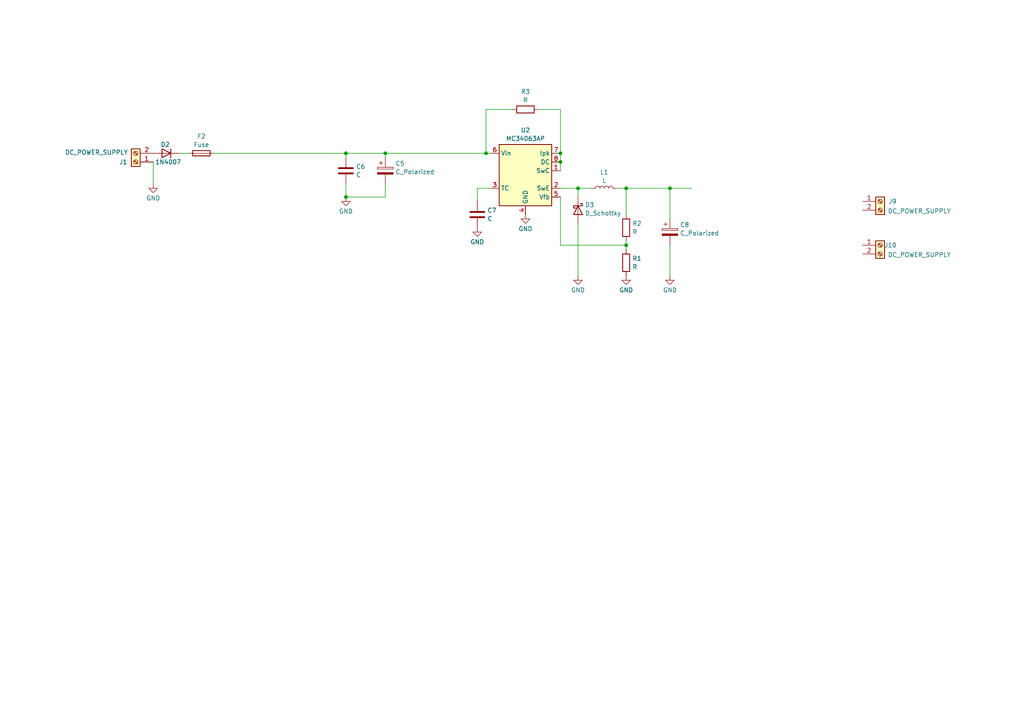
<source format=kicad_sch>
(kicad_sch (version 20231120) (generator "eeschema") (generator_version "8.0")
  (paper "A4")
  (lib_symbols
    (symbol "Connector:Screw_Terminal_01x02" (pin_names (offset 1.016) hide)
      (property "Reference" "J" (at 0 2.54 0))
      (property "Value" "Screw_Terminal_01x02" (at 0 -5.08 0))
      (symbol "Screw_Terminal_01x02_1_1"
        (rectangle (start -1.27 1.27) (end 1.27 -3.81) (stroke (width 0.254)) (fill (type background)))
        (circle (center 0 -2.54) (radius 0.635) (stroke (width 0.1524)))
        (polyline (pts (xy -0.5334 -2.2098) (xy 0.3302 -3.048)) (stroke (width 0.1524)))
        (polyline (pts (xy -0.5334 0.3302) (xy 0.3302 -0.508)) (stroke (width 0.1524)))
        (polyline (pts (xy -0.3556 -2.032) (xy 0.508 -2.8702)) (stroke (width 0.1524)))
        (polyline (pts (xy -0.3556 0.508) (xy 0.508 -0.3302)) (stroke (width 0.1524)))
        (circle (center 0 0) (radius 0.635) (stroke (width 0.1524)))
        (pin passive line (at -5.08 0 0) (length 3.81) (name "Pin_1") (number "1"))
        (pin passive line (at -5.08 -2.54 0) (length 3.81) (name "Pin_2") (number "2"))
      )
    )
    (symbol "Device:C" (pin_numbers hide) (pin_names (offset 0.254))
      (property "Reference" "C" (at 0.635 2.54 0))
      (property "Value" "C" (at 0.635 -2.54 0))
      (symbol "C_0_1"
        (polyline (pts (xy -2.032 -0.762) (xy 2.032 -0.762)) (stroke (width 0.508)))
        (polyline (pts (xy -2.032 0.762) (xy 2.032 0.762)) (stroke (width 0.508)))
      )
      (symbol "C_1_1"
        (pin passive line (at 0 3.81 270) (length 2.794) (name "~") (number "1"))
        (pin passive line (at 0 -3.81 90) (length 2.794) (name "~") (number "2"))
      )
    )
    (symbol "Device:C_Polarized" (pin_numbers hide) (pin_names (offset 0.254))
      (property "Reference" "C" (at 0.635 2.54 0))
      (property "Value" "C_Polarized" (at 0.635 -2.54 0))
      (symbol "C_Polarized_0_1"
        (rectangle (start -2.286 0.508) (end 2.286 1.016))
        (polyline (pts (xy -1.778 2.286) (xy -0.762 2.286)))
        (polyline (pts (xy -1.27 2.794) (xy -1.27 1.778)))
        (rectangle (start 2.286 -0.508) (end -2.286 -1.016) (fill (type outline)))
      )
      (symbol "C_Polarized_1_1"
        (pin passive line (at 0 3.81 270) (length 2.794) (name "~") (number "1"))
        (pin passive line (at 0 -3.81 90) (length 2.794) (name "~") (number "2"))
      )
    )
    (symbol "Device:D_Schottky" (pin_numbers hide) (pin_names (offset 1.016) hide)
      (property "Reference" "D" (at 0 2.54 0))
      (property "Value" "D_Schottky" (at 0 -2.54 0))
      (symbol "D_Schottky_0_1"
        (polyline (pts (xy 1.27 0) (xy -1.27 0)))
        (polyline (pts (xy 1.27 1.27) (xy 1.27 -1.27) (xy -1.27 0) (xy 1.27 1.27)) (stroke (width 0.254)))
        (polyline (pts (xy -1.905 0.635) (xy -1.905 1.27) (xy -1.27 1.27) (xy -1.27 -1.27) (xy -0.635 -1.27) (xy -0.635 -0.635)) (stroke (width 0.254)))
      )
      (symbol "D_Schottky_1_1"
        (pin passive line (at -3.81 0 0) (length 2.54) (name "K") (number "1"))
        (pin passive line (at 3.81 0 180) (length 2.54) (name "A") (number "2"))
      )
    )
    (symbol "Device:Fuse" (pin_numbers hide) (pin_names (offset 0))
      (property "Reference" "F" (at 2.032 0 90))
      (property "Value" "Fuse" (at -1.905 0 90))
      (symbol "Fuse_0_1"
        (rectangle (start -0.762 -2.54) (end 0.762 2.54) (stroke (width 0.254)))
        (polyline (pts (xy 0 2.54) (xy 0 -2.54)))
      )
      (symbol "Fuse_1_1"
        (pin passive line (at 0 3.81 270) (length 1.27) (name "~") (number "1"))
        (pin passive line (at 0 -3.81 90) (length 1.27) (name "~") (number "2"))
      )
    )
    (symbol "Device:L" (pin_numbers hide) (pin_names (offset 1.016) hide)
      (property "Reference" "L" (at -1.27 0 90))
      (property "Value" "L" (at 1.905 0 90))
      (symbol "L_0_1"
        (arc (start 0 -2.54) (mid 0.6323 -1.905) (end 0 -1.27))
        (arc (start 0 -1.27) (mid 0.6323 -0.635) (end 0 0))
        (arc (start 0 0) (mid 0.6323 0.635) (end 0 1.27))
        (arc (start 0 1.27) (mid 0.6323 1.905) (end 0 2.54))
      )
      (symbol "L_1_1"
        (pin passive line (at 0 3.81 270) (length 1.27) (name "1") (number "1"))
        (pin passive line (at 0 -3.81 90) (length 1.27) (name "2") (number "2"))
      )
    )
    (symbol "Device:R" (pin_numbers hide) (pin_names (offset 0))
      (property "Reference" "R" (at 2.032 0 90))
      (property "Value" "R" (at 0 0 90))
      (symbol "R_0_1"
        (rectangle (start -1.016 -2.54) (end 1.016 2.54) (stroke (width 0.254)))
      )
      (symbol "R_1_1"
        (pin passive line (at 0 3.81 270) (length 1.27) (name "~") (number "1"))
        (pin passive line (at 0 -3.81 90) (length 1.27) (name "~") (number "2"))
      )
    )
    (symbol "Diode:1N4007" (pin_numbers hide) (pin_names hide)
      (property "Reference" "D" (at 0 2.54 0))
      (property "Value" "1N4007" (at 0 -2.54 0))
      (symbol "1N4007_0_1"
        (polyline (pts (xy -1.27 1.27) (xy -1.27 -1.27)) (stroke (width 0.254)))
        (polyline (pts (xy 1.27 0) (xy -1.27 0)))
        (polyline (pts (xy 1.27 1.27) (xy 1.27 -1.27) (xy -1.27 0) (xy 1.27 1.27)) (stroke (width 0.254)))
      )
      (symbol "1N4007_1_1"
        (pin passive line (at -3.81 0 0) (length 2.54) (name "K") (number "1"))
        (pin passive line (at 3.81 0 180) (length 2.54) (name "A") (number "2"))
      )
    )
    (symbol "Regulator_Switching:MC34063AP"
      (property "Reference" "U" (at -7.62 8.89 0))
      (property "Value" "MC34063AP" (at 0 8.89 0))
      (symbol "MC34063AP_0_1"
        (rectangle (start -7.62 7.62) (end 7.62 -10.16) (stroke (width 0.254)) (fill (type background)))
      )
      (symbol "MC34063AP_1_1"
        (pin open_collector line (at 10.16 0 180) (length 2.54) (name "SwC") (number "1"))
        (pin open_emitter line (at 10.16 -5.08 180) (length 2.54) (name "SwE") (number "2"))
        (pin passive line (at -10.16 -5.08 0) (length 2.54) (name "TC") (number "3"))
        (pin power_in line (at 0 -12.7 90) (length 2.54) (name "GND") (number "4"))
        (pin input line (at 10.16 -7.62 180) (length 2.54) (name "Vfb") (number "5"))
        (pin power_in line (at -10.16 5.08 0) (length 2.54) (name "Vin") (number "6"))
        (pin input line (at 10.16 5.08 180) (length 2.54) (name "Ipk") (number "7"))
        (pin open_collector line (at 10.16 2.54 180) (length 2.54) (name "DC") (number "8"))
      )
    )
    (symbol "power:GND" (power) (pin_numbers hide) (pin_names (offset 0) hide)
      (property "Value" "GND" (at 0 -3.81 0))
      (symbol "GND_0_1"
        (polyline (pts (xy 0 0) (xy 0 -1.27) (xy 1.27 -1.27) (xy 0 -2.54) (xy -1.27 -1.27) (xy 0 -1.27)))
      )
      (symbol "GND_1_1"
        (pin power_in line (at 0 0 270) (length 0) (name "~") (number "1"))
      )
    )
  )
  (junction (at 162.56 46.99))
  (junction (at 194.31 54.61))
  (junction (at 140.97 44.45))
  (junction (at 162.56 44.45))
  (junction (at 111.76 44.45))
  (junction (at 100.33 44.45))
  (junction (at 181.61 71.12))
  (junction (at 100.33 57.15))
  (junction (at 167.64 54.61))
  (junction (at 181.61 54.61))
  (wire (pts (xy 111.76 44.45) (xy 111.76 45.72)))
  (wire (pts (xy 194.31 54.61) (xy 194.31 63.5)))
  (wire (pts (xy 167.64 64.77) (xy 167.64 80.01)))
  (wire (pts (xy 194.31 54.61) (xy 200.66 54.61)))
  (wire (pts (xy 194.31 71.12) (xy 194.31 80.01)))
  (wire (pts (xy 100.33 44.45) (xy 100.33 45.72)))
  (wire (pts (xy 111.76 53.34) (xy 111.76 57.15)))
  (wire (pts (xy 181.61 54.61) (xy 194.31 54.61)))
  (wire (pts (xy 181.61 54.61) (xy 179.07 54.61)))
  (wire (pts (xy 138.43 54.61) (xy 138.43 58.42)))
  (wire (pts (xy 162.56 54.61) (xy 167.64 54.61)))
  (wire (pts (xy 140.97 44.45) (xy 142.24 44.45)))
  (wire (pts (xy 181.61 62.23) (xy 181.61 54.61)))
  (wire (pts (xy 162.56 46.99) (xy 162.56 49.53)))
  (wire (pts (xy 181.61 69.85) (xy 181.61 71.12)))
  (wire (pts (xy 62.23 44.45) (xy 100.33 44.45)))
  (wire (pts (xy 181.61 71.12) (xy 181.61 72.39)))
  (wire (pts (xy 167.64 54.61) (xy 167.64 57.15)))
  (wire (pts (xy 44.45 46.99) (xy 44.45 53.34)))
  (wire (pts (xy 167.64 54.61) (xy 171.45 54.61)))
  (wire (pts (xy 162.56 31.75) (xy 162.56 44.45)))
  (wire (pts (xy 162.56 71.12) (xy 181.61 71.12)))
  (wire (pts (xy 142.24 54.61) (xy 138.43 54.61)))
  (wire (pts (xy 111.76 57.15) (xy 100.33 57.15)))
  (wire (pts (xy 52.07 44.45) (xy 54.61 44.45)))
  (wire (pts (xy 111.76 44.45) (xy 140.97 44.45)))
  (wire (pts (xy 156.21 31.75) (xy 162.56 31.75)))
  (wire (pts (xy 100.33 57.15) (xy 100.33 53.34)))
  (wire (pts (xy 162.56 57.15) (xy 162.56 71.12)))
  (wire (pts (xy 148.59 31.75) (xy 140.97 31.75)))
  (wire (pts (xy 162.56 44.45) (xy 162.56 46.99)))
  (wire (pts (xy 100.33 44.45) (xy 111.76 44.45)))
  (wire (pts (xy 140.97 31.75) (xy 140.97 44.45)))
  (symbol (lib_id "Device:D_Schottky") (at 167.64 60.96 270) (unit 1)
    (property "Reference" "D3" (at 169.672 59.4303 90) (effects (justify left)))
    (property "Value" "D_Schottky" (at 169.672 61.8546 90) (effects (justify left)))
    (property "Description" "Schottky diode" (effects (hide yes)))
  )
  (symbol (lib_id "Connector:Screw_Terminal_01x02") (at 39.37 46.99 180) (unit 1)
    (property "Reference" "J1" (at 34.544 46.99 0) (effects (justify right)))
    (property "Value" "DC_POWER_SUPPLY" (at 18.796 44.196 0) (effects (justify right)))
    (property "Footprint" "TerminalBlock:TerminalBlock_Altech_AK300-2_P5.00mm" (effects (hide yes)))
    (property "Description" "Generic screw terminal, single row, 01x02, script generated (kicad-library-utils/schlib/autogen/connector/)" (effects (hide yes)))
  )
  (symbol (lib_id "Device:R") (at 181.61 66.04 0) (unit 1)
    (property "Reference" "R2" (at 183.388 64.8278 0) (effects (justify left)))
    (property "Value" "R" (at 183.388 67.2521 0) (effects (justify left)))
    (property "Description" "Resistor" (effects (hide yes)))
  )
  (symbol (lib_id "Diode:1N4007") (at 48.26 44.45 180) (unit 1)
    (property "Reference" "D2" (at 49.276 41.91 0) (effects (justify left)))
    (property "Value" "1N4007" (at 52.578 46.99 0) (effects (justify left)))
    (property "Footprint" "Diode_THT:D_DO-41_SOD81_P10.16mm_Horizontal" (effects (hide yes)))
    (property "Datasheet" "http://www.vishay.com/docs/88503/1n4001.pdf" (effects (hide yes)))
    (property "Description" "1000V 1A General Purpose Rectifier Diode, DO-41" (effects (hide yes)))
    (property "Sim.Device" "D" (effects (hide yes)))
    (property "Sim.Pins" "1=K 2=A" (effects (hide yes)))
  )
  (symbol (lib_id "Device:C_Polarized") (at 111.76 49.53 0) (unit 1)
    (property "Reference" "C5" (at 114.681 47.4288 0) (effects (justify left)))
    (property "Value" "C_Polarized" (at 114.681 49.8531 0) (effects (justify left)))
    (property "Description" "Polarized capacitor" (effects (hide yes)))
  )
  (symbol (lib_id "Device:C") (at 138.43 62.23 0) (unit 1)
    (property "Reference" "C7" (at 141.351 61.0178 0) (effects (justify left)))
    (property "Value" "C" (at 141.351 63.4421 0) (effects (justify left)))
    (property "Description" "Unpolarized capacitor" (effects (hide yes)))
  )
  (symbol (lib_id "Device:R") (at 152.4 31.75 90) (unit 1)
    (property "Reference" "R3" (at 152.4 26.5895 90))
    (property "Value" "R" (at 152.4 29.0138 90))
    (property "Description" "Resistor" (effects (hide yes)))
  )
  (symbol (lib_id "Device:L") (at 175.26 54.61 90) (unit 1)
    (property "Reference" "L1" (at 175.26 49.9602 90))
    (property "Value" "L" (at 175.26 52.3845 90))
    (property "Description" "Inductor" (effects (hide yes)))
  )
  (symbol (lib_id "power:GND") (at 100.33 57.15 0) (unit 1)
    (property "Reference" "#PWR012" (effects (hide yes)))
    (property "Value" "GND" (at 100.33 61.2831 0))
    (property "Description" "Power symbol creates a global label with name \"GND\" , ground" (effects (hide yes)))
  )
  (symbol (lib_id "power:GND") (at 152.4 62.23 0) (unit 1)
    (property "Reference" "#PWR015" (effects (hide yes)))
    (property "Value" "GND" (at 152.4 66.3631 0))
    (property "Description" "Power symbol creates a global label with name \"GND\" , ground" (effects (hide yes)))
  )
  (symbol (lib_id "Device:Fuse") (at 58.42 44.45 90) (unit 1)
    (property "Reference" "F2" (at 58.42 39.5435 90))
    (property "Value" "Fuse" (at 58.42 41.9678 90))
    (property "Footprint" "Fuse:Fuseholder_Clip-5x20mm_Eaton_1A5601-01_Inline_P20.80x6.76mm_D1.70mm_Horizontal" (effects (hide yes)))
    (property "Description" "Fuse" (effects (hide yes)))
  )
  (symbol (lib_id "power:GND") (at 167.64 80.01 0) (unit 1)
    (property "Reference" "#PWR017" (effects (hide yes)))
    (property "Value" "GND" (at 167.64 84.1431 0))
    (property "Description" "Power symbol creates a global label with name \"GND\" , ground" (effects (hide yes)))
  )
  (symbol (lib_id "power:GND") (at 138.43 66.04 0) (unit 1)
    (property "Reference" "#PWR016" (effects (hide yes)))
    (property "Value" "GND" (at 138.43 70.1731 0))
    (property "Description" "Power symbol creates a global label with name \"GND\" , ground" (effects (hide yes)))
  )
  (symbol (lib_id "Device:C_Polarized") (at 194.31 67.31 0) (unit 1)
    (property "Reference" "C8" (at 197.231 65.2088 0) (effects (justify left)))
    (property "Value" "C_Polarized" (at 197.231 67.6331 0) (effects (justify left)))
    (property "Description" "Polarized capacitor" (effects (hide yes)))
  )
  (symbol (lib_id "Device:R") (at 181.61 76.2 0) (unit 1)
    (property "Reference" "R1" (at 183.388 74.9878 0) (effects (justify left)))
    (property "Value" "R" (at 183.388 77.4121 0) (effects (justify left)))
    (property "Description" "Resistor" (effects (hide yes)))
  )
  (symbol (lib_id "Connector:Screw_Terminal_01x02") (at 255.27 58.42 0) (unit 1)
    (property "Reference" "J9" (at 260.096 58.42 0) (effects (justify right)))
    (property "Value" "DC_POWER_SUPPLY" (at 275.844 61.214 0) (effects (justify right)))
    (property "Footprint" "TerminalBlock:TerminalBlock_Altech_AK300-2_P5.00mm" (effects (hide yes)))
    (property "Description" "Generic screw terminal, single row, 01x02, script generated (kicad-library-utils/schlib/autogen/connector/)" (effects (hide yes)))
  )
  (symbol (lib_id "Connector:Screw_Terminal_01x02") (at 255.27 71.12 0) (unit 1)
    (property "Reference" "J10" (at 260.096 71.12 0) (effects (justify right)))
    (property "Value" "DC_POWER_SUPPLY" (at 275.844 73.914 0) (effects (justify right)))
    (property "Footprint" "TerminalBlock:TerminalBlock_Altech_AK300-2_P5.00mm" (effects (hide yes)))
    (property "Description" "Generic screw terminal, single row, 01x02, script generated (kicad-library-utils/schlib/autogen/connector/)" (effects (hide yes)))
  )
  (symbol (lib_id "Device:C") (at 100.33 49.53 0) (unit 1)
    (property "Reference" "C6" (at 103.251 48.3178 0) (effects (justify left)))
    (property "Value" "C" (at 103.251 50.7421 0) (effects (justify left)))
    (property "Description" "Unpolarized capacitor" (effects (hide yes)))
  )
  (symbol (lib_id "Regulator_Switching:MC34063AP") (at 152.4 49.53 0) (unit 1)
    (property "Reference" "U2" (at 152.4 37.7655 0))
    (property "Value" "MC34063AP" (at 152.4 40.1898 0))
    (property "Footprint" "Package_DIP:DIP-8_W7.62mm" (effects (hide yes)))
    (property "Datasheet" "http://www.onsemi.com/pub_link/Collateral/MC34063A-D.PDF" (effects (hide yes)))
    (property "Description" "1.5A, step-up/down/inverting switching regulator, 3-40V Vin, 100kHz, DIP-8" (effects (hide yes)))
  )
  (symbol (lib_id "power:GND") (at 194.31 80.01 0) (unit 1)
    (property "Reference" "#PWR018" (effects (hide yes)))
    (property "Value" "GND" (at 194.31 84.1431 0))
    (property "Description" "Power symbol creates a global label with name \"GND\" , ground" (effects (hide yes)))
  )
  (symbol (lib_id "power:GND") (at 181.61 80.01 0) (unit 1)
    (property "Reference" "#PWR014" (effects (hide yes)))
    (property "Value" "GND" (at 181.61 84.1431 0))
    (property "Description" "Power symbol creates a global label with name \"GND\" , ground" (effects (hide yes)))
  )
  (symbol (lib_id "power:GND") (at 44.45 53.34 0) (unit 1)
    (property "Reference" "#PWR013" (effects (hide yes)))
    (property "Value" "GND" (at 44.45 57.4731 0))
    (property "Description" "Power symbol creates a global label with name \"GND\" , ground" (effects (hide yes)))
  )
)
</source>
